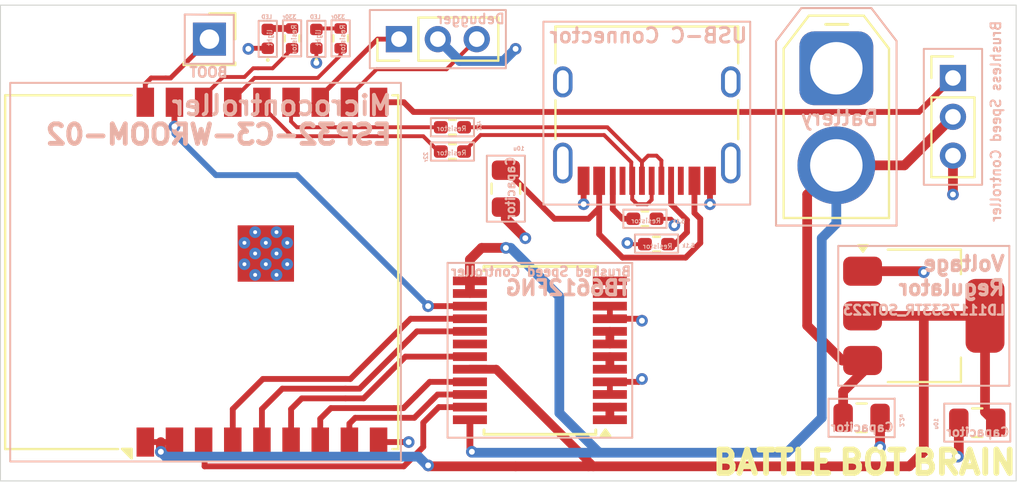
<source format=kicad_pcb>
(kicad_pcb (version 20241229) (generator "pcbnew") (generator_version "9.0")
  (layers (0 "F.Cu" signal) (2 "B.Cu" signal) (13 "F.Paste" user) (15 "B.Paste" user) (5 "F.SilkS" user "F.Silkscreen") (7 "B.SilkS" user "B.Silkscreen") (1 "F.Mask" user) (3 "B.Mask" user) (25 "Edge.Cuts" user))
  (net 0 "")
  (net 1 "VBUS")
  (net 2 "GND")
  (net 3 "Net-(J1-CC1)")
  (net 4 "Net-(J1-D--PadA7)")
  (net 5 "Net-(J1-D+-PadA6)")
  (net 6 "Net-(J1-CC2)")
  (net 7 "/USB_D+")
  (net 8 "/USB_D-")
  (net 9 "+3V3")
  (net 10 "+BATT")
  (net 11 "/BOOT")
  (net 12 "Net-(D2-A)")
  (net 13 "Net-(M1-Pin_2)")
  (net 14 "Net-(M1-Pin_1)")
  (net 15 "Net-(M2-Pin_2)")
  (net 16 "Net-(M2-Pin_1)")
  (net 17 "/L1")
  (net 18 "Net-(DBG1-Pin_1)")
  (net 19 "/ESC_PWM")
  (net 20 "/PWM_B")
  (net 21 "/PWM_A")
  (net 22 "Net-(DBG1-Pin_3)")
  (net 23 "/AIN2")
  (net 24 "/AIN1")
  (net 25 "/STBY")
  (net 26 "/BIN1")
  (net 27 "/BIN2")
  (net 28 "Net-(D1-A)")
  (net 29 "/L2")
  (footprint "Connector_AMASS:AMASS_XT30U-F_1x02_P5.0mm_Vertical" (layer "F.Cu") (at 142.75 73.75 -90)
    (property "Reference" "J2" (hide yes))
    (property "Value" "Conn_01x02_Socket" (hide yes))
    (fp_text user "+" (at 0 0 90) (layer "F.SilkS") (effects (font (size 1.5 1.5))))
    (fp_text user "-" (at -2.375 -0.025 180) (layer "F.SilkS") (effects (font (size 1.5 1.5))))
    (pad "1" thru_hole roundrect (at 0 0 270) (size 3.8 3.8) (drill 2.7) (layers "*.Cu" "*.Mask") (roundrect_rratio 0.2) (net 2 "GND"))
    (pad "2" thru_hole circle (at 5 0 270) (size 4 4) (drill 2.7) (layers "*.Cu" "*.Mask") (net 10 "+BATT"))
  )
  (footprint "RF_Module:ESP32-C3-WROOM-02" (layer "F.Cu") (at 113.2 84.25 90)
    (property "Reference" "U1" (hide yes))
    (property "Value" "ESP32-C3-WROOM-02" (hide yes))
    (pad "1" smd rect (at -8.75 -6 90) (size 1.5 0.9) (layers "F.Cu" "F.Mask" "F.Paste") (net 9 "+3V3"))
    (pad "2" smd rect (at -8.75 -4.5 90) (size 1.5 0.9) (layers "F.Cu" "F.Mask" "F.Paste") (net 9 "+3V3"))
    (pad "3" smd rect (at -8.75 -3 90) (size 1.5 0.9) (layers "F.Cu" "F.Mask" "F.Paste") (net 21 "/PWM_A"))
    (pad "4" smd rect (at -8.75 -1.5 90) (size 1.5 0.9) (layers "F.Cu" "F.Mask" "F.Paste") (net 27 "/BIN2"))
    (pad "5" smd rect (at -8.75 0 90) (size 1.5 0.9) (layers "F.Cu" "F.Mask" "F.Paste") (net 26 "/BIN1"))
    (pad "6" smd rect (at -8.75 1.5 90) (size 1.5 0.9) (layers "F.Cu" "F.Mask" "F.Paste") (net 25 "/STBY"))
    (pad "7" smd rect (at -8.75 3 90) (size 1.5 0.9) (layers "F.Cu" "F.Mask" "F.Paste") (net 24 "/AIN1"))
    (pad "8" smd rect (at -8.75 4.5 90) (size 1.5 0.9) (layers "F.Cu" "F.Mask" "F.Paste") (net 23 "/AIN2"))
    (pad "9" smd rect (at -8.75 6 90) (size 1.5 0.9) (layers "F.Cu" "F.Mask" "F.Paste") (net 2 "GND"))
    (pad "10" smd rect (at 8.75 6 90) (size 1.5 0.9) (layers "F.Cu" "F.Mask" "F.Paste") (net 19 "/ESC_PWM"))
    (pad "11" smd rect (at 8.75 4.5 90) (size 1.5 0.9) (layers "F.Cu" "F.Mask" "F.Paste") (net 22 "Net-(DBG1-Pin_3)"))
    (pad "12" smd rect (at 8.75 3 90) (size 1.5 0.9) (layers "F.Cu" "F.Mask" "F.Paste") (net 18 "Net-(DBG1-Pin_1)"))
    (pad "13" smd rect (at 8.75 1.5 90) (size 1.5 0.9) (layers "F.Cu" "F.Mask" "F.Paste") (net 8 "/USB_D-"))
    (pad "14" smd rect (at 8.75 0 90) (size 1.5 0.9) (layers "F.Cu" "F.Mask" "F.Paste") (net 7 "/USB_D+"))
    (pad "15" smd rect (at 8.75 -1.5 90) (size 1.5 0.9) (layers "F.Cu" "F.Mask" "F.Paste") (net 17 "/L1"))
    (pad "16" smd rect (at 8.75 -3 90) (size 1.5 0.9) (layers "F.Cu" "F.Mask" "F.Paste") (net 29 "/L2"))
    (pad "17" smd rect (at 8.75 -4.5 90) (size 1.5 0.9) (layers "F.Cu" "F.Mask" "F.Paste") (net 20 "/PWM_B"))
    (pad "18" smd rect (at 8.75 -6 90) (size 1.5 0.9) (layers "F.Cu" "F.Mask" "F.Paste") (net 11 "/BOOT"))
    (pad "19" thru_hole circle (at -0.14 -0.35 90) (size 0.6 0.6) (drill 0.2) (property pad_prop_heatsink) (layers "*.Cu" "F.Mask") (net 2 "GND"))
    (pad "19" thru_hole circle (at -0.14 0.75 90) (size 0.6 0.6) (drill 0.2) (property pad_prop_heatsink) (layers "*.Cu" "F.Mask") (net 2 "GND"))
    (pad "19" thru_hole circle (at 0.41 -0.9 90) (size 0.6 0.6) (drill 0.2) (property pad_prop_heatsink) (layers "*.Cu" "F.Mask") (net 2 "GND"))
    (pad "19" thru_hole circle (at 0.41 0.2 90) (size 0.6 0.6) (drill 0.2) (property pad_prop_heatsink) (layers "*.Cu" "F.Mask") (net 2 "GND"))
    (pad "19" thru_hole circle (at 0.41 1.3 90) (size 0.6 0.6) (drill 0.2) (property pad_prop_heatsink) (layers "*.Cu" "F.Mask") (net 2 "GND"))
    (pad "19" thru_hole circle (at 0.96 -0.35 90) (size 0.6 0.6) (drill 0.2) (property pad_prop_heatsink) (layers "*.Cu" "F.Mask") (net 2 "GND"))
    (pad "19" smd rect (at 0.96 0.2 90) (size 2.9 2.9) (property pad_prop_heatsink) (layers "F.Cu" "F.Mask") (net 2 "GND"))
    (pad "19" thru_hole circle (at 0.96 0.75 90) (size 0.6 0.6) (drill 0.2) (property pad_prop_heatsink) (layers "*.Cu" "F.Mask") (net 2 "GND"))
    (pad "19" thru_hole circle (at 1.51 -0.9 90) (size 0.6 0.6) (drill 0.2) (property pad_prop_heatsink) (layers "*.Cu" "F.Mask") (net 2 "GND"))
    (pad "19" thru_hole circle (at 1.51 0.2 90) (size 0.6 0.6) (drill 0.2) (property pad_prop_heatsink) (layers "*.Cu" "F.Mask") (net 2 "GND"))
    (pad "19" thru_hole circle (at 1.51 1.3 90) (size 0.6 0.6) (drill 0.2) (property pad_prop_heatsink) (layers "*.Cu" "F.Mask") (net 2 "GND"))
    (pad "19" thru_hole circle (at 2.06 -0.35 90) (size 0.6 0.6) (drill 0.2) (property pad_prop_heatsink) (layers "*.Cu" "F.Mask") (net 2 "GND"))
    (pad "19" thru_hole circle (at 2.06 0.75 90) (size 0.6 0.6) (drill 0.2) (property pad_prop_heatsink) (layers "*.Cu" "F.Mask") (net 2 "GND"))
  )
  (footprint "Connector_PinSocket_2.54mm:PinSocket_1x01_P2.54mm_Vertical" (layer "F.Cu") (at 110.5 72.25)
    (property "Reference" "J4" (hide yes))
    (property "Value" "Conn_01x01_Pin" (hide yes))
    (pad "1" thru_hole rect (at 0 0) (size 1.7 1.7) (drill 1) (layers "*.Cu" "*.Mask") (net 11 "/BOOT"))
  )
  (footprint "Resistor_SMD:R_0402_1005Metric" (layer "F.Cu") (at 114.75 72.21 90)
    (property "Reference" "R4" (hide yes))
    (property "Value" "330r" (hide yes))
    (pad "1" smd roundrect (at -0.51 0 90) (size 0.54 0.64) (layers "F.Cu" "F.Mask" "F.Paste") (net 29 "/L2"))
    (pad "2" smd roundrect (at 0.51 0 90) (size 0.54 0.64) (layers "F.Cu" "F.Mask" "F.Paste") (net 12 "Net-(D2-A)"))
  )
  (footprint "Resistor_SMD:R_0402_1005Metric_Pad0.72x0.64mm_HandSolder" (layer "F.Cu") (at 123 76.788 180)
    (property "Reference" "R6" (hide yes))
    (property "Value" "22r" (hide yes))
    (pad "1" smd roundrect (at -0.5975 0 180) (size 0.715 0.64) (layers "F.Cu" "F.Mask" "F.Paste") (net 4 "Net-(J1-D--PadA7)"))
    (pad "2" smd roundrect (at 0.5975 0 180) (size 0.715 0.64) (layers "F.Cu" "F.Mask" "F.Paste") (net 8 "/USB_D-"))
  )
  (footprint "Connector_PinHeader_2.00mm:PinHeader_1x03_P2.00mm_Vertical" (layer "F.Cu") (at 120.25 72.25 90)
    (property "Reference" "DBG1" (hide yes))
    (property "Value" "Conn_01x03_Pin" (hide yes))
    (pad "1" thru_hole rect (at 0 0 90) (size 1.35 1.35) (drill 0.8) (layers "*.Cu" "*.Mask") (net 18 "Net-(DBG1-Pin_1)"))
    (pad "2" thru_hole circle (at 0 2 90) (size 1.35 1.35) (drill 0.8) (layers "*.Cu" "*.Mask") (net 2 "GND"))
    (pad "3" thru_hole circle (at 0 4 90) (size 1.35 1.35) (drill 0.8) (layers "*.Cu" "*.Mask") (net 22 "Net-(DBG1-Pin_3)"))
  )
  (footprint "Resistor_SMD:R_0402_1005Metric_Pad0.72x0.64mm_HandSolder" (layer "F.Cu") (at 123 78.038 180)
    (property "Reference" "R5" (hide yes))
    (property "Value" "22r" (hide yes))
    (pad "1" smd roundrect (at -0.5975 0 180) (size 0.715 0.64) (layers "F.Cu" "F.Mask" "F.Paste") (net 5 "Net-(J1-D+-PadA6)"))
    (pad "2" smd roundrect (at 0.5975 0 180) (size 0.715 0.64) (layers "F.Cu" "F.Mask" "F.Paste") (net 7 "/USB_D+"))
  )
  (footprint "Resistor_SMD:R_0402_1005Metric_Pad0.72x0.64mm_HandSolder" (layer "F.Cu") (at 133.5 82.81)
    (property "Reference" "R1" (hide yes))
    (property "Value" "5.1k" (hide yes))
    (pad "1" smd roundrect (at -0.5975 0) (size 0.715 0.64) (layers "F.Cu" "F.Mask" "F.Paste") (net 2 "GND"))
    (pad "2" smd roundrect (at 0.5975 0) (size 0.715 0.64) (layers "F.Cu" "F.Mask" "F.Paste") (net 3 "Net-(J1-CC1)"))
  )
  (footprint "Connector_USB:USB_C_Receptacle_HRO_TYPE-C-31-M-12" (layer "F.Cu") (at 133 75.5 180)
    (property "Reference" "J1" (hide yes))
    (property "Value" "USB_C_Receptacle_USB2.0_14P" (hide yes))
    (pad "" np_thru_hole circle (at -2.89 -2.6 180) (size 0.65 0.65) (drill 0.65) (layers "*.Cu" "*.Mask"))
    (pad "" np_thru_hole circle (at 2.89 -2.6 180) (size 0.65 0.65) (drill 0.65) (layers "*.Cu" "*.Mask"))
    (pad "A1" smd rect (at -3.25 -4.045 180) (size 0.6 1.45) (layers "F.Cu" "F.Mask" "F.Paste") (net 2 "GND"))
    (pad "A4" smd rect (at -2.45 -4.045 180) (size 0.6 1.45) (layers "F.Cu" "F.Mask" "F.Paste") (net 1 "VBUS"))
    (pad "A5" smd rect (at -1.25 -4.045 180) (size 0.3 1.45) (layers "F.Cu" "F.Mask" "F.Paste") (net 3 "Net-(J1-CC1)"))
    (pad "A6" smd rect (at -0.25 -4.045 180) (size 0.3 1.45) (layers "F.Cu" "F.Mask" "F.Paste") (net 5 "Net-(J1-D+-PadA6)"))
    (pad "A7" smd rect (at 0.25 -4.045 180) (size 0.3 1.45) (layers "F.Cu" "F.Mask" "F.Paste") (net 4 "Net-(J1-D--PadA7)"))
    (pad "A8" smd rect (at 1.25 -4.045 180) (size 0.3 1.45) (layers "F.Cu" "F.Mask" "F.Paste"))
    (pad "A9" smd rect (at 2.45 -4.045 180) (size 0.6 1.45) (layers "F.Cu" "F.Mask" "F.Paste") (net 1 "VBUS"))
    (pad "A12" smd rect (at 3.25 -4.045 180) (size 0.6 1.45) (layers "F.Cu" "F.Mask" "F.Paste") (net 2 "GND"))
    (pad "B1" smd rect (at 3.25 -4.045 180) (size 0.6 1.45) (layers "F.Cu" "F.Mask" "F.Paste") (net 2 "GND"))
    (pad "B4" smd rect (at 2.45 -4.045 180) (size 0.6 1.45) (layers "F.Cu" "F.Mask" "F.Paste") (net 1 "VBUS"))
    (pad "B5" smd rect (at 1.75 -4.045 180) (size 0.3 1.45) (layers "F.Cu" "F.Mask" "F.Paste") (net 6 "Net-(J1-CC2)"))
    (pad "B6" smd rect (at 0.75 -4.045 180) (size 0.3 1.45) (layers "F.Cu" "F.Mask" "F.Paste") (net 5 "Net-(J1-D+-PadA6)"))
    (pad "B7" smd rect (at -0.75 -4.045 180) (size 0.3 1.45) (layers "F.Cu" "F.Mask" "F.Paste") (net 4 "Net-(J1-D--PadA7)"))
    (pad "B8" smd rect (at -1.75 -4.045 180) (size 0.3 1.45) (layers "F.Cu" "F.Mask" "F.Paste"))
    (pad "B9" smd rect (at -2.45 -4.045 180) (size 0.6 1.45) (layers "F.Cu" "F.Mask" "F.Paste") (net 1 "VBUS"))
    (pad "B12" smd rect (at -3.25 -4.045 180) (size 0.6 1.45) (layers "F.Cu" "F.Mask" "F.Paste") (net 2 "GND"))
    (pad "S1" thru_hole oval (at -4.32 -3.13 180) (size 1 2.1) (drill oval 0.6 1.7) (property pad_prop_heatsink) (layers "*.Cu" "*.Mask") (net 2 "GND"))
    (pad "S1" thru_hole oval (at -4.32 1.05 180) (size 1 1.6) (drill oval 0.6 1.2) (property pad_prop_heatsink) (layers "*.Cu" "*.Mask") (net 2 "GND"))
    (pad "S1" thru_hole oval (at 4.32 -3.13 180) (size 1 2.1) (drill oval 0.6 1.7) (property pad_prop_heatsink) (layers "*.Cu" "*.Mask") (net 2 "GND"))
    (pad "S1" thru_hole oval (at 4.32 1.05 180) (size 1 1.6) (drill oval 0.6 1.2) (property pad_prop_heatsink) (layers "*.Cu" "*.Mask") (net 2 "GND"))
  )
  (footprint "LED_SMD:LED_0402_1005Metric" (layer "F.Cu") (at 116 72.235 90)
    (property "Reference" "D1" (hide yes))
    (property "Value" "LED" (hide yes))
    (pad "1" smd roundrect (at -0.485 0 90) (size 0.59 0.64) (layers "F.Cu" "F.Mask" "F.Paste") (net 2 "GND"))
    (pad "2" smd roundrect (at 0.485 0 90) (size 0.59 0.64) (layers "F.Cu" "F.Mask" "F.Paste") (net 28 "Net-(D1-A)"))
  )
  (footprint "Capacitor_SMD:C_0805_2012Metric" (layer "F.Cu") (at 125.75 79.95 -90)
    (property "Reference" "C1" (hide yes))
    (property "Value" "10u" (hide yes))
    (pad "1" smd roundrect (at -0.95 0 270) (size 1 1.45) (layers "F.Cu" "F.Mask" "F.Paste") (net 1 "VBUS"))
    (pad "2" smd roundrect (at 0.95 0 270) (size 1 1.45) (layers "F.Cu" "F.Mask" "F.Paste") (net 2 "GND"))
  )
  (footprint "Package_SO:SSOP-24_5.3x8.2mm_P0.65mm" (layer "F.Cu") (at 127.5 88.275 180)
    (property "Reference" "U2" (hide yes))
    (property "Value" "TB6612FNG")
    (pad "1" smd rect (at -3.6 -3.575 180) (size 1.75 0.45) (layers "F.Cu" "F.Mask" "F.Paste") (net 15 "Net-(M2-Pin_2)"))
    (pad "2" smd rect (at -3.6 -2.925 180) (size 1.75 0.45) (layers "F.Cu" "F.Mask" "F.Paste") (net 15 "Net-(M2-Pin_2)"))
    (pad "3" smd rect (at -3.6 -2.275 180) (size 1.75 0.45) (layers "F.Cu" "F.Mask" "F.Paste") (net 2 "GND"))
    (pad "4" smd rect (at -3.6 -1.625 180) (size 1.75 0.45) (layers "F.Cu" "F.Mask" "F.Paste") (net 2 "GND"))
    (pad "5" smd rect (at -3.6 -0.975 180) (size 1.75 0.45) (layers "F.Cu" "F.Mask" "F.Paste") (net 16 "Net-(M2-Pin_1)"))
    (pad "6" smd rect (at -3.6 -0.325 180) (size 1.75 0.45) (layers "F.Cu" "F.Mask" "F.Paste") (net 16 "Net-(M2-Pin_1)"))
    (pad "7" smd rect (at -3.6 0.325 180) (size 1.75 0.45) (layers "F.Cu" "F.Mask" "F.Paste") (net 13 "Net-(M1-Pin_2)"))
    (pad "8" smd rect (at -3.6 0.975 180) (size 1.75 0.45) (layers "F.Cu" "F.Mask" "F.Paste") (net 13 "Net-(M1-Pin_2)"))
    (pad "9" smd rect (at -3.6 1.625 180) (size 1.75 0.45) (layers "F.Cu" "F.Mask" "F.Paste") (net 2 "GND"))
    (pad "10" smd rect (at -3.6 2.275 180) (size 1.75 0.45) (layers "F.Cu" "F.Mask" "F.Paste") (net 2 "GND"))
    (pad "11" smd rect (at -3.6 2.925 180) (size 1.75 0.45) (layers "F.Cu" "F.Mask" "F.Paste") (net 14 "Net-(M1-Pin_1)"))
    (pad "12" smd rect (at -3.6 3.575 180) (size 1.75 0.45) (layers "F.Cu" "F.Mask" "F.Paste") (net 14 "Net-(M1-Pin_1)"))
    (pad "13" smd rect (at 3.6 3.575 180) (size 1.75 0.45) (layers "F.Cu" "F.Mask" "F.Paste") (net 10 "+BATT"))
    (pad "14" smd rect (at 3.6 2.925 180) (size 1.75 0.45) (layers "F.Cu" "F.Mask" "F.Paste") (net 10 "+BATT"))
    (pad "15" smd rect (at 3.6 2.275 180) (size 1.75 0.45) (layers "F.Cu" "F.Mask" "F.Paste") (net 20 "/PWM_B"))
    (pad "16" smd rect (at 3.6 1.625 180) (size 1.75 0.45) (layers "F.Cu" "F.Mask" "F.Paste") (net 27 "/BIN2"))
    (pad "17" smd rect (at 3.6 0.975 180) (size 1.75 0.45) (layers "F.Cu" "F.Mask" "F.Paste") (net 26 "/BIN1"))
    (pad "18" smd rect (at 3.6 0.325 180) (size 1.75 0.45) (layers "F.Cu" "F.Mask" "F.Paste") (net 2 "GND"))
    (pad "19" smd rect (at 3.6 -0.325 180) (size 1.75 0.45) (layers "F.Cu" "F.Mask" "F.Paste") (net 25 "/STBY"))
    (pad "20" smd rect (at 3.6 -0.975 180) (size 1.75 0.45) (layers "F.Cu" "F.Mask" "F.Paste") (net 9 "+3V3"))
    (pad "21" smd rect (at 3.6 -1.625 180) (size 1.75 0.45) (layers "F.Cu" "F.Mask" "F.Paste") (net 24 "/AIN1"))
    (pad "22" smd rect (at 3.6 -2.275 180) (size 1.75 0.45) (layers "F.Cu" "F.Mask" "F.Paste") (net 23 "/AIN2"))
    (pad "23" smd rect (at 3.6 -2.925 180) (size 1.75 0.45) (layers "F.Cu" "F.Mask" "F.Paste") (net 21 "/PWM_A"))
    (pad "24" smd rect (at 3.6 -3.575 180) (size 1.75 0.45) (layers "F.Cu" "F.Mask" "F.Paste") (net 10 "+BATT"))
  )
  (footprint "Resistor_SMD:R_0402_1005Metric" (layer "F.Cu") (at 117.25 72.21 90)
    (property "Reference" "R3" (hide yes))
    (property "Value" "330r" (hide yes))
    (pad "1" smd roundrect (at -0.51 0 90) (size 0.54 0.64) (layers "F.Cu" "F.Mask" "F.Paste") (net 17 "/L1"))
    (pad "2" smd roundrect (at 0.51 0 90) (size 0.54 0.64) (layers "F.Cu" "F.Mask" "F.Paste") (net 28 "Net-(D1-A)"))
  )
  (footprint "LED_SMD:LED_0402_1005Metric" (layer "F.Cu") (at 113.5 72.235 90)
    (property "Reference" "D2" (hide yes))
    (property "Value" "LED" (hide yes))
    (pad "1" smd roundrect (at -0.485 0 90) (size 0.59 0.64) (layers "F.Cu" "F.Mask" "F.Paste") (net 2 "GND"))
    (pad "2" smd roundrect (at 0.485 0 90) (size 0.59 0.64) (layers "F.Cu" "F.Mask" "F.Paste") (net 12 "Net-(D2-A)"))
  )
  (footprint "Package_TO_SOT_SMD:SOT-223-3_TabPin2" (layer "F.Cu") (at 147.25 86.5)
    (property "Reference" "U4" (hide yes))
    (property "Value" "LD1117S33TR_SOT223" (hide yes))
    (pad "1" smd roundrect (at -3.15 -2.3) (size 2 1.5) (layers "F.Cu" "F.Mask" "F.Paste") (net 2 "GND"))
    (pad "2" smd roundrect (at -3.15 0) (size 2 1.5) (layers "F.Cu" "F.Mask" "F.Paste") (net 9 "+3V3"))
    (pad "2" smd roundrect (at 3.15 0) (size 2 3.8) (layers "F.Cu" "F.Mask" "F.Paste") (net 9 "+3V3"))
    (pad "3" smd roundrect (at -3.15 2.3) (size 2 1.5) (layers "F.Cu" "F.Mask" "F.Paste") (net 10 "+BATT"))
  )
  (footprint "Capacitor_SMD:C_0805_2012Metric" (layer "F.Cu") (at 144.05 91.75)
    (property "Reference" "C6" (hide yes))
    (property "Value" "2.2u" (hide yes))
    (pad "1" smd roundrect (at -0.95 0) (size 1 1.45) (layers "F.Cu" "F.Mask" "F.Paste") (net 10 "+BATT"))
    (pad "2" smd roundrect (at 0.95 0) (size 1 1.45) (layers "F.Cu" "F.Mask" "F.Paste") (net 2 "GND"))
  )
  (footprint "Capacitor_SMD:C_0805_2012Metric" (layer "F.Cu") (at 150 92 180)
    (property "Reference" "C5" (hide yes))
    (property "Value" "10u" (hide yes))
    (pad "1" smd roundrect (at -0.95 0 180) (size 1 1.45) (layers "F.Cu" "F.Mask" "F.Paste") (net 9 "+3V3"))
    (pad "2" smd roundrect (at 0.95 0 180) (size 1 1.45) (layers "F.Cu" "F.Mask" "F.Paste") (net 2 "GND"))
  )
  (footprint "Resistor_SMD:R_0402_1005Metric_Pad0.72x0.64mm_HandSolder" (layer "F.Cu") (at 132.9025 81.5 180)
    (property "Reference" "R2" (hide yes))
    (property "Value" "5.1k" (hide yes))
    (pad "1" smd roundrect (at -0.5975 0 180) (size 0.715 0.64) (layers "F.Cu" "F.Mask" "F.Paste") (net 2 "GND"))
    (pad "2" smd roundrect (at 0.5975 0 180) (size 0.715 0.64) (layers "F.Cu" "F.Mask" "F.Paste") (net 6 "Net-(J1-CC2)"))
  )
  (footprint "Connector_PinHeader_2.00mm:PinHeader_1x03_P2.00mm_Vertical" (layer "F.Cu") (at 148.75 74.25)
    (property "Reference" "J3" (hide yes))
    (property "Value" "Conn_01x03_Pin" (hide yes))
    (pad "1" thru_hole rect (at 0 0) (size 1.35 1.35) (drill 0.8) (layers "*.Cu" "*.Mask") (net 19 "/ESC_PWM"))
    (pad "2" thru_hole circle (at 0 2) (size 1.35 1.35) (drill 0.8) (layers "*.Cu" "*.Mask") (net 10 "+BATT"))
    (pad "3" thru_hole circle (at 0 4) (size 1.35 1.35) (drill 0.8) (layers "*.Cu" "*.Mask") (net 2 "GND"))
  )
  (gr_line (start 134.0125 81.03) (end 131.7925 81.03) (stroke (width 0.1)) (layer "B.SilkS"))
  (gr_line (start 145.85 72.35) (end 144.55 70.65) (stroke (width 0.1)) (layer "B.SilkS"))
  (gr_line (start 151.65 82.9) (end 142.85 82.9) (stroke (width 0.1)) (layer "B.SilkS"))
  (gr_line (start 109.23 70.98) (end 111.75 71) (stroke (width 0.1)) (layer "B.SilkS"))
  (gr_line (start 144.55 70.65) (end 140.95 70.65) (stroke (width 0.1)) (layer "B.SilkS"))
  (gr_rect (start 121.89 77.568) (end 124.11 78.508) (stroke (width 0.1)) (fill no) (layer "B.SilkS"))
  (gr_rect (start 115.53 71.305) (end 116.47 73.165) (stroke (width 0.1)) (fill no) (layer "B.SilkS"))
  (gr_rect (start 116.78 71.28) (end 117.72 73.14) (stroke (width 0.1)) (fill no) (layer "B.SilkS"))
  (gr_line (start 139.65 72.35) (end 139.65 81.85) (stroke (width 0.1)) (layer "B.SilkS"))
  (gr_line (start 145.75 90.77) (end 142.35 90.77) (stroke (width 0.1)) (layer "B.SilkS"))
  (gr_line (start 131.7925 81.03) (end 131.7925 81.97) (stroke (width 0.1)) (layer "B.SilkS"))
  (gr_line (start 140.95 70.65) (end 139.65 72.35) (stroke (width 0.1)) (layer "B.SilkS"))
  (gr_line (start 111.75 71) (end 111.75 73.5) (stroke (width 0.1)) (layer "B.SilkS"))
  (gr_line (start 139.65 81.85) (end 145.85 81.85) (stroke (width 0.1)) (layer "B.SilkS"))
  (gr_line (start 132.25 83.775) (end 122.75 83.775) (stroke (width 0.1)) (layer "B.SilkS"))
  (gr_line (start 139.65 72.35) (end 139.65 81.85) (stroke (width 0.1)) (layer "B.SilkS"))
  (gr_rect (start 114.28 71.28) (end 115.22 73.14) (stroke (width 0.1)) (fill no) (layer "B.SilkS"))
  (gr_line (start 139.65 81.85) (end 145.85 81.85) (stroke (width 0.1)) (layer "B.SilkS"))
  (gr_line (start 142.35 90.77) (end 142.35 92.73) (stroke (width 0.1)) (layer "B.SilkS"))
  (gr_line (start 140.95 70.65) (end 139.65 72.35) (stroke (width 0.1)) (layer "B.SilkS"))
  (gr_rect (start 121.89 76.318) (end 124.11 77.258) (stroke (width 0.1)) (fill no) (layer "B.SilkS"))
  (gr_line (start 145.75 92.75) (end 145.75 90.75) (stroke (width 0.1)) (layer "B.SilkS"))
  (gr_line (start 142.35 92.73) (end 145.75 92.75) (stroke (width 0.1)) (layer "B.SilkS"))
  (gr_rect (start 100.25 74.5) (end 120.35 94) (stroke (width 0.1)) (fill no) (layer "B.SilkS"))
  (gr_rect (start 113.03 71.305) (end 113.97 73.165) (stroke (width 0.1)) (fill no) (layer "B.SilkS"))
  (gr_line (start 145.85 81.85) (end 145.85 72.35) (stroke (width 0.1)) (layer "B.SilkS"))
  (gr_rect (start 147.25 72.75) (end 150.25 79.75) (stroke (width 0.1)) (fill no) (layer "B.SilkS"))
  (gr_line (start 122.75 92.775) (end 132.25 92.775) (stroke (width 0.1)) (layer "B.SilkS"))
  (gr_line (start 109.23 73.52) (end 111.75 73.52) (stroke (width 0.1)) (layer "B.SilkS"))
  (gr_line (start 122.75 83.775) (end 122.75 92.75) (stroke (width 0.1)) (layer "B.SilkS"))
  (gr_rect (start 132.39 82.31) (end 134.61 83.25) (stroke (width 0.1)) (fill no) (layer "B.SilkS"))
  (gr_line (start 145.85 81.85) (end 145.85 72.35) (stroke (width 0.1)) (layer "B.SilkS"))
  (gr_line (start 132.25 92.775) (end 132.25 83.775) (stroke (width 0.1)) (layer "B.SilkS"))
  (gr_rect (start 148.3 91.02) (end 151.7 92.98) (stroke (width 0.1)) (fill no) (layer "B.SilkS"))
  (gr_line (start 151.65 90.1) (end 142.85 90.1) (stroke (width 0.1)) (layer "B.SilkS"))
  (gr_line (start 145.85 72.35) (end 144.55 70.65) (stroke (width 0.1)) (layer "B.SilkS"))
  (gr_line (start 144.55 70.65) (end 140.95 70.65) (stroke (width 0.1)) (layer "B.SilkS"))
  (gr_rect (start 127.68 71.35) (end 138.32 80.77) (stroke (width 0.1)) (fill no) (layer "B.SilkS"))
  (gr_line (start 109.23 70.98) (end 109.23 73.52) (stroke (width 0.1)) (layer "B.SilkS"))
  (gr_line (start 134.0125 81.97) (end 134.0125 81.03) (stroke (width 0.1)) (layer "B.SilkS"))
  (gr_line (start 151.65 82.9) (end 151.65 90.1) (stroke (width 0.1)) (layer "B.SilkS"))
  (gr_line (start 142.85 90.1) (end 142.85 82.9) (stroke (width 0.1)) (layer "B.SilkS"))
  (gr_line (start 131.7925 81.97) (end 134.0125 81.97) (stroke (width 0.1)) (layer "B.SilkS"))
  (gr_rect (start 124.77 78.25) (end 126.73 81.65) (stroke (width 0.1)) (fill no) (layer "B.SilkS"))
  (gr_rect (start 118.75 70.75) (end 125.75 73.75) (stroke (width 0.1)) (fill no) (layer "B.SilkS"))
  (gr_line (start 152 70.5) (end 99.75 70.5) (stroke (width 0.05)) (layer "Edge.Cuts"))
  (gr_line (start 99.75 70.5) (end 99.75 95) (stroke (width 0.05)) (layer "Edge.Cuts"))
  (gr_line (start 152 70.5) (end 152 95) (stroke (width 0.05)) (layer "Edge.Cuts"))
  (gr_line (start 152 95) (end 99.75 95) (stroke (width 0.05)) (layer "Edge.Cuts"))
  (gr_text "BATTLE\n" (at 136.25 94.75 0) (layer "F.SilkS") (effects (font (size 1.2 1.2) (thickness 0.3) (bold yes)) (justify left bottom)))
  (gr_text "BRAIN" (at 146.5 94.75 0) (layer "F.SilkS") (effects (font (size 1.2 1.2) (thickness 0.3) (bold yes)) (justify left bottom)))
  (gr_text "BOT" (at 142.75 94.75 0) (layer "F.SilkS") (effects (font (size 1.2 1.2) (thickness 0.3) (bold yes)) (justify left bottom)))
  (gr_text "5.1k" (at 135.5 83 0) (layer "B.SilkS") (effects (font (size 0.2 0.2) (thickness 0.05) (bold yes)) (justify left bottom mirror)))
  (gr_text "Regulator" (at 151.5 85.5 0) (layer "B.SilkS") (effects (font (size 0.75 0.75) (thickness 0.1875) (bold yes)) (justify left bottom mirror)))
  (gr_text "Brushless Speed Controller" (at 151.25 71.25 90) (layer "B.SilkS") (effects (font (size 0.5 0.5) (thickness 0.1)) (justify left bottom mirror)))
  (gr_text "Debugger" (at 125.75 71.5 0) (layer "B.SilkS") (effects (font (size 0.5 0.5) (thickness 0.1)) (justify left bottom mirror)))
  (gr_text "5.1k" (at 135 81.75 0) (layer "B.SilkS") (effects (font (size 0.2 0.2) (thickness 0.05) (bold yes)) (justify left bottom mirror)))
  (gr_text "Capacitor" (at 151.7 92.75 0) (layer "B.SilkS") (effects (font (size 0.45 0.45) (thickness 0.1) (bold yes)) (justify left bottom mirror)))
  (gr_text "Capacitor" (at 126.25 78.25 90) (layer "B.SilkS") (effects (font (size 0.45 0.45) (thickness 0.1) (bold yes)) (justify left bottom mirror)))
  (gr_text "BOOT" (at 111.5 74.25 0) (layer "B.SilkS") (effects (font (size 0.5 0.5) (thickness 0.125) (bold yes)) (justify left bottom mirror)))
  (gr_text "Voltage" (at 151.5 84.25 0) (layer "B.SilkS") (effects (font (size 0.75 0.75) (thickness 0.1875) (bold yes)) (justify left bottom mirror)))
  (gr_text "Brushed Speed Controller" (at 132.25 84.5 0) (layer "B.SilkS") (effects (font (size 0.475 0.475) (thickness 0.11875) (bold yes)) (justify left bottom mirror)))
  (gr_text "TB6612FNG" (at 132.25 85.5 0) (layer "B.SilkS") (effects (font (size 0.75 0.75) (thickness 0.1875) (bold yes)) (justify left bottom mirror)))
  (gr_text "Resistor" (at 123.75 78.25 0) (layer "B.SilkS") (effects (font (size 0.25 0.25) (thickness 0.05)) (justify left bottom mirror)))
  (gr_text "22r\n" (at 121.75 78.038 90) (layer "B.SilkS") (effects (font (size 0.2 0.2) (thickness 0.05) (bold yes)) (justify left bottom mirror)))
  (gr_text "Resistor" (at 123.75 77 0) (layer "B.SilkS") (effects (font (size 0.25 0.25) (thickness 0.05)) (justify left bottom mirror)))
  (gr_text "LED" (at 113.75 71.22 0) (layer "B.SilkS") (effects (font (size 0.2 0.2) (thickness 0.05) (bold yes)) (justify left bottom mirror)))
  (gr_text "Resistor" (at 115 71.47 90) (layer "B.SilkS") (effects (font (size 0.25 0.25) (thickness 0.05)) (justify left bottom mirror)))
  (gr_text "LD1117S33TR_SOT223" (at 151.5 86.5 0) (layer "B.SilkS") (effects (font (size 0.5 0.5) (thickness 0.125) (bold yes)) (justify left bottom mirror)))
  (gr_text "2.2u" (at 146 92.25 270) (layer "B.SilkS") (effects (font (size 0.2 0.2) (thickness 0.05) (bold yes)) (justify left bottom mirror)))
  (gr_text "Battery" (at 145 76.75 0) (layer "B.SilkS") (effects (font (size 0.75 0.75)) (justify left bottom mirror)))
  (gr_text "330r" (at 115 71.22 0) (layer "B.SilkS") (effects (font (size 0.2 0.2) (thickness 0.05) (bold yes)) (justify left bottom mirror)))
  (gr_text "Resistor" (at 117.5 71.47 90) (layer "B.SilkS") (effects (font (size 0.25 0.25) (thickness 0.05)) (justify left bottom mirror)))
  (gr_text "light" (at 113.75 71.72 90) (layer "B.SilkS") (effects (font (size 0.25 0.25) (thickness 0.05) (bold yes)) (justify left bottom mirror)))
  (gr_text "22r\n" (at 124.25 77 270) (layer "B.SilkS") (effects (font (size 0.2 0.2) (thickness 0.05) (bold yes)) (justify left bottom mirror)))
  (gr_text "Microcontroller" (at 120 76.25 0) (layer "B.SilkS") (effects (font (size 1 1) (thickness 0.2) (bold yes)) (justify left bottom mirror)))
  (gr_text "10u" (at 126.73 78 0) (layer "B.SilkS") (effects (font (size 0.2 0.2) (thickness 0.05) (bold yes)) (justify left bottom mirror)))
  (gr_text "330r" (at 117.5 71.22 0) (layer "B.SilkS") (effects (font (size 0.2 0.2) (thickness 0.05) (bold yes)) (justify left bottom mirror)))
  (gr_text "USB-C Connector" (at 138.25 72.5 0) (layer "B.SilkS") (effects (font (size 0.75 0.75) (thickness 0.15) (bold yes)) (justify left bottom mirror)))
  (gr_text "LED" (at 116.25 71.22 0) (layer "B.SilkS") (effects (font (size 0.2 0.2) (thickness 0.05) (bold yes)) (justify left bottom mirror)))
  (gr_text "Capacitor" (at 145.75 92.5 0) (layer "B.SilkS") (effects (font (size 0.45 0.45) (thickness 0.1) (bold yes)) (justify left bottom mirror)))
  (gr_text "ESP32-C3-WROOM-02" (at 120 77.75 0) (layer "B.SilkS") (effects (font (size 1 1) (thickness 0.25) (bold yes)) (justify left bottom mirror)))
  (gr_text "light" (at 116.25 71.72 90) (layer "B.SilkS") (effects (font (size 0.25 0.25) (thickness 0.05) (bold yes)) (justify left bottom mirror)))
  (gr_text "Resistor" (at 133.75 81.75 0) (layer "B.SilkS") (effects (font (size 0.25 0.25) (thickness 0.05)) (justify left bottom mirror)))
  (gr_text "Resistor" (at 134.3475 83.06 0) (layer "B.SilkS") (effects (font (size 0.25 0.25) (thickness 0.05)) (justify left bottom mirror)))
  (gr_text "10u" (at 148 91.75 90) (layer "B.SilkS") (effects (font (size 0.2 0.2) (thickness 0.05) (bold yes)) (justify left bottom mirror)))
  (segment (start 135.75 81.5) (end 135.45 81.2) (width 0.3) (layer "F.Cu") (net 1))
  (segment (start 130.55 80.95) (end 130.55 79.545) (width 0.3) (layer "F.Cu") (net 1))
  (segment (start 131.75 83.5) (end 135 83.5) (width 0.3) (layer "F.Cu") (net 1))
  (segment (start 130.55 82.3) (end 131.75 83.5) (width 0.3) (layer "F.Cu") (net 1))
  (segment (start 125.75 79) (end 128.25 81.5) (width 0.3) (layer "F.Cu") (net 1))
  (segment (start 135.75 82.75) (end 135.75 81.5) (width 0.3) (layer "F.Cu") (net 1))
  (segment (start 130 81.5) (end 130.375 81.125) (width 0.3) (layer "F.Cu") (net 1))
  (segment (start 130.375 81.125) (end 130.274 81.226) (width 0.3) (layer "F.Cu") (net 1))
  (segment (start 130.375 81.125) (end 130.55 80.95) (width 0.3) (layer "F.Cu") (net 1))
  (segment (start 135.45 79.545) (end 135.51738 79.61238) (width 0.2) (layer "F.Cu") (net 1))
  (segment (start 135.45 81.2) (end 135.45 79.545) (width 0.3) (layer "F.Cu") (net 1))
  (segment (start 135 83.5) (end 135.75 82.75) (width 0.3) (layer "F.Cu") (net 1))
  (segment (start 128.25 81.5) (end 130 81.5) (width 0.3) (layer "F.Cu") (net 1))
  (segment (start 130.55 80.95) (end 130.55 82.3) (width 0.3) (layer "F.Cu") (net 1))
  (segment (start 119.2 93) (end 120.75 93) (width 0.3) (layer "F.Cu") (net 2))
  (segment (start 131.1 89.9) (end 132.6 89.9) (width 0.3) (layer "F.Cu") (net 2))
  (segment (start 131.1 86) (end 131.1 86.65) (width 0.3) (layer "F.Cu") (net 2))
  (segment (start 116 72.72) (end 116 73.47) (width 0.2) (layer "F.Cu") (net 2))
  (segment (start 125.74707 80.89707) (end 125.743889 80.89707) (width 0.5) (layer "F.Cu") (net 2))
  (segment (start 131.1 90.55) (end 131.1 89.9) (width 0.3) (layer "F.Cu") (net 2))
  (segment (start 132.9025 82.81) (end 132.06 82.81) (width 0.2) (layer "F.Cu") (net 2))
  (segment (start 131.1 86.65) (end 132.65 86.65) (width 0.3) (layer "F.Cu") (net 2))
  (segment (start 125.75 80.9) (end 125.74707 80.89707) (width 0.5) (layer "F.Cu") (net 2))
  (segment (start 134.25 81.5) (end 134.5 81.75) (width 0.2) (layer "F.Cu") (net 2))
  (segment (start 149.05 92) (end 149.05 93.7) (width 0.5) (layer "F.Cu") (net 2))
  (segment (start 129.75 79.545) (end 129.75 80.75) (width 0.3) (layer "F.Cu") (net 2))
  (segment (start 134.5 81.75) (end 134.41538 81.83462) (width 0.2) (layer "F.Cu") (net 2))
  (segment (start 147.2 84.2) (end 147.25 84.25) (width 0.5) (layer "F.Cu") (net 2))
  (segment (start 125.743889 80.89707) (end 125.743889 81.493889) (width 0.5) (layer "F.Cu") (net 2))
  (segment (start 132.65 86.65) (end 132.75 86.75) (width 0.3) (layer "F.Cu") (net 2))
  (segment (start 132.06 82.81) (end 132 82.75) (width 0.2) (layer "F.Cu") (net 2))
  (segment (start 145 91.75) (end 145 93.25) (width 0.5) (layer "F.Cu") (net 2))
  (segment (start 112.53 72.72) (end 112.5 72.75) (width 0.25) (layer "F.Cu") (net 2))
  (segment (start 148.75 78.25) (end 148.75 80.25) (width 0.5) (layer "F.Cu") (net 2))
  (segment (start 132.6 89.9) (end 132.75 89.75) (width 0.3) (layer "F.Cu") (net 2))
  (segment (start 125.743889 81.493889) (end 126.75 82.5) (width 0.5) (layer "F.Cu") (net 2))
  (segment (start 133.5 81.5) (end 134.25 81.5) (width 0.2) (layer "F.Cu") (net 2))
  (segment (start 144.1 84.2) (end 147.2 84.2) (width 0.5) (layer "F.Cu") (net 2))
  (segment (start 113.5 72.72) (end 112.53 72.72) (width 0.25) (layer "F.Cu") (net 2))
  (segment (start 149.05 93.7) (end 149 93.75) (width 0.5) (layer "F.Cu") (net 2))
  (segment (start 136.25 79.545) (end 136.25 80.75) (width 0.3) (layer "F.Cu") (net 2))
  (via (at 116 73.47) (size 0.6) (drill 0.3) (layers "F.Cu" "B.Cu") (net 2))
  (via (at 129.75 80.75) (size 0.6) (drill 0.3) (layers "F.Cu" "B.Cu") (net 2))
  (via (at 148.75 80.25) (size 0.6) (drill 0.3) (layers "F.Cu" "B.Cu") (net 2))
  (via (at 120.75 93) (size 0.6) (drill 0.3) (layers "F.Cu" "B.Cu") (net 2))
  (via (at 136.25 80.75) (size 0.6) (drill 0.3) (layers "F.Cu" "B.Cu") (net 2))
  (via (at 147.25 84.25) (size 0.6) (drill 0.3) (layers "F.Cu" "B.Cu") (net 2))
  (via (at 132 82.75) (size 0.6) (drill 0.3) (layers "F.Cu" "B.Cu") (net 2))
  (via (at 134.41538 81.83462) (size 0.6) (drill 0.3) (layers "F.Cu" "B.Cu") (net 2))
  (via (at 132.75 86.75) (size 0.6) (drill 0.3) (layers "F.Cu" "B.Cu") (net 2))
  (via (at 132.75 89.75) (size 0.6) (drill 0.3) (layers "F.Cu" "B.Cu") (net 2))
  (via (at 145 93.25) (size 0.6) (drill 0.3) (layers "F.Cu" "B.Cu") (net 2))
  (via (at 112.5 72.75) (size 0.6) (drill 0.3) (layers "F.Cu" "B.Cu") (net 2))
  (via (at 126.25 72.75) (size 0.6) (drill 0.3) (layers "F.Cu" "B.Cu") (net 2))
  (via (at 149 93.75) (size 0.6) (drill 0.3) (layers "F.Cu" "B.Cu") (net 2))
  (via (at 126.75 82.5) (size 0.6) (drill 0.3) (layers "F.Cu" "B.Cu") (net 2))
  (segment (start 125.624 73.376) (end 126.25 72.75) (width 0.5) (layer "B.Cu") (net 2))
  (segment (start 122.25 72.25) (end 123.376 73.376) (width 0.5) (layer "B.Cu") (net 2))
  (segment (start 123.376 73.376) (end 125.624 73.376) (width 0.5) (layer "B.Cu") (net 2))
  (segment (start 134.454999 82.81) (end 134.0975 82.81) (width 0.3) (layer "F.Cu") (net 3))
  (segment (start 134.25 80.75) (end 134.25 79.545) (width 0.3) (layer "F.Cu") (net 3))
  (segment (start 135.06638 82.198619) (end 134.454999 82.81) (width 0.3) (layer "F.Cu") (net 3))
  (segment (start 135.06638 81.56638) (end 135.06638 82.198619) (width 0.3) (layer "F.Cu") (net 3))
  (segment (start 134.25 80.75) (end 135.06638 81.56638) (width 0.3) (layer "F.Cu") (net 3))
  (segment (start 123.5975 76.788) (end 130.97 76.788) (width 0.2) (layer "F.Cu") (net 4))
  (segment (start 133.75 79.545) (end 133.75 78.5) (width 0.2) (layer "F.Cu") (net 4))
  (segment (start 133.75 78.5) (end 133.5 78.25) (width 0.2) (layer "F.Cu") (net 4))
  (segment (start 132.75 78.568) (end 132.75 79.545) (width 0.2) (layer "F.Cu") (net 4))
  (segment (start 133.068 78.25) (end 132.75 78.568) (width 0.2) (layer "F.Cu") (net 4))
  (segment (start 133.5 78.25) (end 133.068 78.25) (width 0.2) (layer "F.Cu") (net 4))
  (segment (start 130.97 76.788) (end 132.75 78.568) (width 0.2) (layer "F.Cu") (net 4))
  (segment (start 132.201 79.496) (end 132.201 78.5861) (width 0.2) (layer "F.Cu") (net 5))
  (segment (start 133.25 79.545) (end 133.25 80.522) (width 0.2) (layer "F.Cu") (net 5))
  (segment (start 133.25 80.522) (end 133.022 80.75) (width 0.2) (layer "F.Cu") (net 5))
  (segment (start 124.4465 77.189) (end 123.5975 78.038) (width 0.2) (layer "F.Cu") (net 5))
  (segment (start 132.25 79.545) (end 132.201 79.496) (width 0.2) (layer "F.Cu") (net 5))
  (segment (start 132.25 80.5) (end 132.25 79.545) (width 0.2) (layer "F.Cu") (net 5))
  (segment (start 132.5 80.75) (end 132.25 80.5) (width 0.2) (layer "F.Cu") (net 5))
  (segment (start 132.201 78.5861) (end 130.8039 77.189) (width 0.2) (layer "F.Cu") (net 5))
  (segment (start 133.022 80.75) (end 132.5 80.75) (width 0.2) (layer "F.Cu") (net 5))
  (segment (start 130.8039 77.189) (end 124.4465 77.189) (width 0.2) (layer "F.Cu") (net 5))
  (segment (start 131.75 81.5) (end 132.305 81.5) (width 0.3) (layer "F.Cu") (net 6))
  (segment (start 131.25 81) (end 131.75 81.5) (width 0.3) (layer "F.Cu") (net 6))
  (segment (start 131.25 81) (end 131.25 79.545) (width 0.3) (layer "F.Cu") (net 6))
  (segment (start 113.2 75.7) (end 114.75 77.25) (width 0.2) (layer "F.Cu") (net 7))
  (segment (start 113.2 75.5) (end 113.2 75.7) (width 0.2) (layer "F.Cu") (net 7))
  (segment (start 114.75 77.25) (end 121.5 77.25) (width 0.2) (layer "F.Cu") (net 7))
  (segment (start 122.4025 78.038) (end 122.288 78.038) (width 0.2) (layer "F.Cu") (net 7))
  (segment (start 122.288 78.038) (end 121.5 77.25) (width 0.2) (layer "F.Cu") (net 7))
  (segment (start 114.7 76.488) (end 115 76.788) (width 0.2) (layer "F.Cu") (net 8))
  (segment (start 122.4025 76.788) (end 115 76.788) (width 0.2) (layer "F.Cu") (net 8))
  (segment (start 114.7 75.5) (end 114.7 76.488) (width 0.2) (layer "F.Cu") (net 8))
  (segment (start 144.1 86.5) (end 147.25 86.5) (width 0.5) (layer "F.Cu") (net 9))
  (segment (start 108 93.5) (end 108 93) (width 0.5) (layer "F.Cu") (net 9))
  (segment (start 147.25 86.5) (end 150.4 86.5) (width 0.5) (layer "F.Cu") (net 9))
  (segment (start 130.25 94.249) (end 130 94.249) (width 0.5) (layer "F.Cu") (net 9))
  (segment (start 150.4 91.45) (end 150.95 92) (width 0.5) (layer "F.Cu") (net 9))
  (segment (start 147.25 93.5) (end 146.501 94.249) (width 0.5) (layer "F.Cu") (net 9))
  (segment (start 108 93) (end 108.7 93) (width 0.3) (layer "F.Cu") (net 9))
  (segment (start 121.75 94.249) (end 121.75 94.2) (width 0.5) (layer "F.Cu") (net 9))
  (segment (start 125.251 89.25) (end 130.25 94.249) (width 0.45) (layer "F.Cu") (net 9))
  (segment (start 130 94.249) (end 126.25 94.249) (width 0.5) (layer "F.Cu") (net 9))
  (segment (start 107.2 93) (end 108 93) (width 0.3) (layer "F.Cu") (net 9))
  (segment (start 126.25 94.249) (end 121.75 94.249) (width 0.5) (layer "F.Cu") (net 9))
  (segment (start 150.4 86.5) (end 150.4 91.45) (width 0.5) (layer "F.Cu") (net 9))
  (segment (start 146.501 94.249) (end 130.25 94.249) (width 0.5) (layer "F.Cu") (net 9))
  (segment (start 123.9 89.25) (end 125.251 89.25) (width 0.45) (layer "F.Cu") (net 9))
  (segment (start 147.25 86.5) (end 147.25 93.5) (width 0.5) (layer "F.Cu") (net 9))
  (via (at 121.75 94.2) (size 0.6) (drill 0.3) (layers "F.Cu" "B.Cu") (net 9))
  (via (at 108 93.5) (size 0.6) (drill 0.3) (layers "F.Cu" "B.Cu") (net 9))
  (segment (start 108.25 93.75) (end 108 93.5) (width 0.5) (layer "B.Cu") (net 9))
  (segment (start 121.749 94.249) (end 121.25 93.75) (width 0.5) (layer "B.Cu") (net 9))
  (segment (start 121.25 93.75) (end 108.25 93.75) (width 0.5) (layer "B.Cu") (net 9))
  (segment (start 123.9 91.85) (end 123.9 93.4) (width 0.35) (layer "F.Cu") (net 10))
  (segment (start 123.9 84.7) (end 123.9 85.324) (width 0.5) (layer "F.Cu") (net 10))
  (segment (start 144.1 88.8) (end 143.05 88.8) (width 0.5) (layer "F.Cu") (net 10))
  (segment (start 142.75 78.75) (end 141.25 80.25) (width 0.5) (layer "F.Cu") (net 10))
  (segment (start 144.1 88.8) (end 144.1 89.4) (width 0.5) (layer "F.Cu") (net 10))
  (segment (start 124 93.5) (end 124 93.499) (width 0.35) (layer "F.Cu") (net 10))
  (segment (start 123.9 84.7) (end 123.9 83.6) (width 0.5) (layer "F.Cu") (net 10))
  (segment (start 146.25 78.75) (end 148.75 76.25) (width 0.5) (layer "F.Cu") (net 10))
  (segment (start 123.9 93.4) (end 124 93.5) (width 0.35) (layer "F.Cu") (net 10))
  (segment (start 123.9 83.6) (end 124.5 83) (width 0.5) (layer "F.Cu") (net 10))
  (segment (start 143.1 90.4) (end 143.1 91.75) (width 0.5) (layer "F.Cu") (net 10))
  (segment (start 144.1 89.4) (end 143.1 90.4) (width 0.5) (layer "F.Cu") (net 10))
  (segment (start 143.05 88.8) (end 141.25 87) (width 0.5) (layer "F.Cu") (net 10))
  (segment (start 125.75 83) (end 124.5 83) (width 0.5) (layer "F.Cu") (net 10))
  (segment (start 142.75 78.75) (end 146.25 78.75) (width 0.5) (layer "F.Cu") (net 10))
  (segment (start 141.25 80.25) (end 141.25 87) (width 0.5) (layer "F.Cu") (net 10))
  (via (at 125.75 83) (size 0.6) (drill 0.3) (layers "F.Cu" "B.Cu") (net 10))
  (via (at 124 93.499) (size 0.6) (drill 0.3) (layers "F.Cu" "B.Cu") (net 10))
  (segment (start 128.5 85.5) (end 128.5 91.5) (width 0.5) (layer "B.Cu") (net 10))
  (segment (start 142 82.5) (end 142.75 81.75) (width 0.5) (layer "B.Cu") (net 10))
  (segment (start 140.202 93.548) (end 142 91.75) (width 0.5) (layer "B.Cu") (net 10))
  (segment (start 130.5 93.548) (end 124.049 93.548) (width 0.5) (layer "B.Cu") (net 10))
  (segment (start 128.5 91.5) (end 130.5 93.5) (width 0.5) (layer "B.Cu") (net 10))
  (segment (start 130.5 93.548) (end 140.202 93.548) (width 0.5) (layer "B.Cu") (net 10))
  (segment (start 124.049 93.548) (end 124 93.499) (width 0.5) (layer "B.Cu") (net 10))
  (segment (start 126 83) (end 128.5 85.5) (width 0.5) (layer "B.Cu") (net 10))
  (segment (start 142 91.75) (end 142 82.5) (width 0.5) (layer "B.Cu") (net 10))
  (segment (start 130.5 93.5) (end 130.5 93.548) (width 0.5) (layer "B.Cu") (net 10))
  (segment (start 142.75 81.75) (end 142.75 78.75) (width 0.5) (layer "B.Cu") (net 10))
  (segment (start 142.75 80.25) (end 142.75 78.75) (width 0.3) (layer "B.Cu") (net 10))
  (segment (start 125.75 83) (end 126 83) (width 0.5) (layer "B.Cu") (net 10))
  (segment (start 107.2 74.55) (end 107.2 75.5) (width 0.25) (layer "F.Cu") (net 11))
  (segment (start 107.5 74.25) (end 107.2 74.55) (width 0.25) (layer "F.Cu") (net 11))
  (segment (start 109.95 72.3) (end 110 72.25) (width 0.3) (layer "F.Cu") (net 11))
  (segment (start 108.25 74.25) (end 108.5 74.25) (width 0.25) (layer "F.Cu") (net 11))
  (segment (start 108.25 74.25) (end 107.5 74.25) (width 0.25) (layer "F.Cu") (net 11))
  (segment (start 108.5 74.25) (end 110.5 72.25) (width 0.25) (layer "F.Cu") (net 11))
  (segment (start 114.75 71.7) (end 113.55 71.7) (width 0.35) (layer "F.Cu") (net 12))
  (segment (start 113.55 71.7) (end 113.5 71.75) (width 0.35) (layer "F.Cu") (net 12))
  (segment (start 131.1 87.3) (end 131.1 87.95) (width 0.45) (layer "F.Cu") (net 13))
  (segment (start 131.1 84.7) (end 131.1 85.35) (width 0.45) (layer "F.Cu") (net 14))
  (segment (start 131.1 91.2) (end 131.1 91.85) (width 0.45) (layer "F.Cu") (net 15))
  (segment (start 131.1 88.6) (end 131.1 89.25) (width 0.45) (layer "F.Cu") (net 16))
  (segment (start 117.25 73.069943) (end 116.069943 74.25) (width 0.2) (layer "F.Cu") (net 17))
  (segment (start 117.25 72.72) (end 117.25 73.069943) (width 0.2) (layer "F.Cu") (net 17))
  (segment (start 117.2 72.77) (end 117.25 72.72) (width 0.2) (layer "F.Cu") (net 17))
  (segment (start 111.7 75.369943) (end 111.7 75.5) (width 0.2) (layer "F.Cu") (net 17))
  (segment (start 112.819943 74.25) (end 111.7 75.369943) (width 0.2) (layer "F.Cu") (net 17))
  (segment (start 116.069943 74.25) (end 112.819943 74.25) (width 0.2) (layer "F.Cu") (net 17))
  (segment (start 116.2 75.5) (end 116.2 75.2) (width 0.25) (layer "F.Cu") (net 18))
  (segment (start 119.15 72.25) (end 120.25 72.25) (width 0.25) (layer "F.Cu") (net 18))
  (segment (start 116.2 75.2) (end 119.15 72.25) (width 0.25) (layer "F.Cu") (net 18))
  (segment (start 148.75 74.25) (end 146.999 76.001) (width 0.3) (layer "F.Cu") (net 19))
  (segment (start 146.999 76.001) (end 121.001 76.001) (width 0.3) (layer "F.Cu") (net 19))
  (segment (start 120.5 75.5) (end 119.2 75.5) (width 0.3) (layer "F.Cu") (net 19))
  (segment (start 121.001 76.001) (end 120.5 75.5) (width 0.3) (layer "F.Cu") (net 19))
  (segment (start 108.7 75.5) (end 108.7 76.75) (width 0.3) (layer "F.Cu") (net 20))
  (segment (start 121.75 86) (end 123.9 86) (width 0.3) (layer "F.Cu") (net 20))
  (via (at 121.75 86) (size 0.6) (drill 0.3) (layers "F.Cu" "B.Cu") (net 20))
  (via (at 108.7 76.75) (size 0.6) (drill 0.3) (layers "F.Cu" "B.Cu") (net 20))
  (segment (start 115.001 79.251) (end 121.75 86) (width 0.3) (layer "B.Cu") (net 20))
  (segment (start 108.75 76.8) (end 108.7 76.75) (width 0.3) (layer "B.Cu") (net 20))
  (segment (start 108.7 77.120654) (end 108.7 76.75) (width 0.3) (layer "B.Cu") (net 20))
  (segment (start 110.830346 79.251) (end 108.7 77.120654) (width 0.3) (layer "B.Cu") (net 20))
  (segment (start 115 79.251) (end 115.001 79.251) (width 0.3) (layer "B.Cu") (net 20))
  (segment (start 115 79.251) (end 110.830346 79.251) (width 0.3) (layer "B.Cu") (net 20))
  (segment (start 120.5 94.25) (end 110.25 94.25) (width 0.3) (layer "F.Cu") (net 21))
  (segment (start 123.9 91.2) (end 122.3 91.2) (width 0.3) (layer "F.Cu") (net 21))
  (segment (start 110.25 94.25) (end 110.25 92.41) (width 0.3) (layer "F.Cu") (net 21))
  (segment (start 121.5 93.25) (end 120.5 94.25) (width 0.3) (layer "F.Cu") (net 21))
  (segment (start 122.3 91.2) (end 121.5 92) (width 0.3) (layer "F.Cu") (net 21))
  (segment (start 121.5 92) (end 121.5 93.25) (width 0.3) (layer "F.Cu") (net 21))
  (segment (start 124.25 72.25) (end 122.7 73.8) (width 0.2) (layer "F.Cu") (net 22))
  (segment (start 119.1 73.8) (end 117.7 75.2) (width 0.2) (layer "F.Cu") (net 22))
  (segment (start 117.7 75.2) (end 117.7 75.5) (width 0.2) (layer "F.Cu") (net 22))
  (segment (start 122.7 73.8) (end 119.1 73.8) (width 0.2) (layer "F.Cu") (net 22))
  (segment (start 122.24148 90.55) (end 121.89574 90.89574) (width 0.3) (layer "F.Cu") (net 23))
  (segment (start 123.9 90.55) (end 122.24148 90.55) (width 0.3) (layer "F.Cu") (net 23))
  (segment (start 121.89574 90.89574) (end 121.040479 91.751) (width 0.3) (layer "F.Cu") (net 23))
  (segment (start 117.7 92.05) (end 117.7 93) (width 0.3) (layer "F.Cu") (net 23))
  (segment (start 122.09248 90.699) (end 121.89574 90.89574) (width 0.3) (layer "F.Cu") (net 23))
  (segment (start 117.999 91.751) (end 117.7 92.05) (width 0.3) (layer "F.Cu") (net 23))
  (segment (start 121.040479 91.751) (end 117.999 91.751) (width 0.3) (layer "F.Cu") (net 23))
  (segment (start 116.2 93) (end 116.2 91.8) (width 0.3) (layer "F.Cu") (net 24))
  (segment (start 116.75 91.25) (end 120 91.25) (width 0.3) (layer "F.Cu") (net 24))
  (segment (start 123.9 89.9) (end 121.832958 89.9) (width 0.3) (layer "F.Cu") (net 24))
  (segment (start 116.2 91.8) (end 116.75 91.25) (width 0.3) (layer "F.Cu") (net 24))
  (segment (start 121.832958 89.9) (end 121.116479 90.616479) (width 0.3) (layer "F.Cu") (net 24))
  (segment (start 120.482959 91.25) (end 120 91.25) (width 0.3) (layer "F.Cu") (net 24))
  (segment (start 121.116479 90.616479) (end 120.482959 91.25) (width 0.3) (layer "F.Cu") (net 24))
  (segment (start 123.9 88.6) (end 120.58352 88.6) (width 0.3) (layer "F.Cu") (net 25))
  (segment (start 120.58352 88.6) (end 119.71676 89.46676) (width 0.3) (layer "F.Cu") (net 25))
  (segment (start 118.43352 90.75) (end 117.5 90.75) (width 0.3) (layer "F.Cu") (net 25))
  (segment (start 119.71676 89.46676) (end 118.43352 90.75) (width 0.3) (layer "F.Cu") (net 25))
  (segment (start 117.5 90.75) (end 115.25 90.75) (width 0.3) (layer "F.Cu") (net 25))
  (segment (start 114.7 91.3) (end 114.7 93) (width 0.3) (layer "F.Cu") (net 25))
  (segment (start 115.25 90.75) (end 114.7 91.3) (width 0.3) (layer "F.Cu") (net 25))
  (segment (start 123.9 87.3) (end 121.175 87.3) (width 0.3) (layer "F.Cu") (net 26))
  (segment (start 120.7375 87.7375) (end 118.225 90.25) (width 0.3) (layer "F.Cu") (net 26))
  (segment (start 118.225 90.25) (end 117.5 90.25) (width 0.3) (layer "F.Cu") (net 26))
  (segment (start 121.175 87.3) (end 120.7375 87.7375) (width 0.3) (layer "F.Cu") (net 26))
  (segment (start 117.5 90.25) (end 114.25 90.25) (width 0.3) (layer "F.Cu") (net 26))
  (segment (start 114.25 90.25) (end 113.2 91.3) (width 0.3) (layer "F.Cu") (net 26))
  (segment (start 113.2 91.3) (end 113.2 93) (width 0.3) (layer "F.Cu") (net 26))
  (segment (start 120.85 86.65) (end 120.25 87.25) (width 0.3) (layer "F.Cu") (net 27))
  (segment (start 123.9 86.65) (end 120.85 86.65) (width 0.3) (layer "F.Cu") (net 27))
  (segment (start 113.25 89.75) (end 117.75 89.75) (width 0.3) (layer "F.Cu") (net 27))
  (segment (start 117.75 89.75) (end 120.25 87.25) (width 0.3) (layer "F.Cu") (net 27))
  (segment (start 111.7 91.3) (end 113.25 89.75) (width 0.3) (layer "F.Cu") (net 27))
  (segment (start 111.7 93) (end 111.7 91.3) (width 0.3) (layer "F.Cu") (net 27))
  (segment (start 117.25 71.7) (end 116.05 71.7) (width 0.2) (layer "F.Cu") (net 28))
  (segment (start 116.05 71.7) (end 116 71.75) (width 0.2) (layer "F.Cu") (net 28))
  (segment (start 111.2 74.2) (end 112.302843 74.2) (width 0.2) (layer "F.Cu") (net 29))
  (segment (start 110.25 75.55) (end 110.2 75.5) (width 0.3) (layer "F.Cu") (net 29))
  (segment (start 110.2 75.5) (end 110.2 75.05) (width 0.2) (layer "F.Cu") (net 29))
  (segment (start 112.302843 74.2) (end 112.752843 73.75) (width 0.2) (layer "F.Cu") (net 29))
  (segment (start 110.2 75.2) (end 110.2 75.5) (width 0.2) (layer "F.Cu") (net 29))
  (segment (start 114.75 72.75) (end 113.75 73.75) (width 0.2) (layer "F.Cu") (net 29))
  (segment (start 112.752843 73.75) (end 113 73.75) (width 0.2) (layer "F.Cu") (net 29))
  (segment (start 113.75 73.75) (end 113 73.75) (width 0.2) (layer "F.Cu") (net 29))
  (segment (start 110.2 75.5) (end 110.2 74.95) (width 0.3) (layer "F.Cu") (net 29))
  (segment (start 114.75 72.72) (end 114.75 72.75) (width 0.2) (layer "F.Cu") (net 29))
  (segment (start 111.2 74.2) (end 110.2 75.2) (width 0.2) (layer "F.Cu") (net 29))
)
</source>
